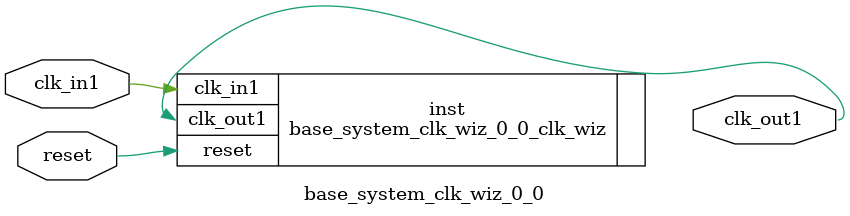
<source format=v>


`timescale 1ps/1ps

(* CORE_GENERATION_INFO = "base_system_clk_wiz_0_0,clk_wiz_v5_3_3_0,{component_name=base_system_clk_wiz_0_0,use_phase_alignment=false,use_min_o_jitter=false,use_max_i_jitter=false,use_dyn_phase_shift=false,use_inclk_switchover=false,use_dyn_reconfig=false,enable_axi=0,feedback_source=FDBK_AUTO,PRIMITIVE=MMCM,num_out_clk=1,clkin1_period=10.0,clkin2_period=10.0,use_power_down=false,use_reset=true,use_locked=false,use_inclk_stopped=false,feedback_type=SINGLE,CLOCK_MGR_TYPE=NA,manual_override=false}" *)

module base_system_clk_wiz_0_0 
 (
  // Clock out ports
  output        clk_out1,
  // Status and control signals
  input         reset,
 // Clock in ports
  input         clk_in1
 );

  base_system_clk_wiz_0_0_clk_wiz inst
  (
  // Clock out ports  
  .clk_out1(clk_out1),
  // Status and control signals               
  .reset(reset), 
 // Clock in ports
  .clk_in1(clk_in1)
  );

endmodule

</source>
